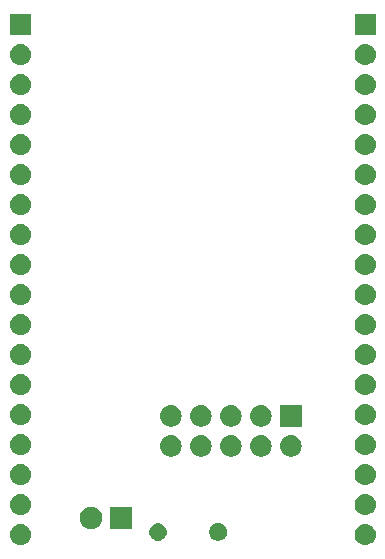
<source format=gbs>
G04 #@! TF.GenerationSoftware,KiCad,Pcbnew,(5.1.2)-2*
G04 #@! TF.CreationDate,2020-07-25T22:21:04+02:00*
G04 #@! TF.ProjectId,Adapter,41646170-7465-4722-9e6b-696361645f70,1*
G04 #@! TF.SameCoordinates,Original*
G04 #@! TF.FileFunction,Soldermask,Bot*
G04 #@! TF.FilePolarity,Negative*
%FSLAX46Y46*%
G04 Gerber Fmt 4.6, Leading zero omitted, Abs format (unit mm)*
G04 Created by KiCad (PCBNEW (5.1.2)-2) date 2020-07-25 22:21:04*
%MOMM*%
%LPD*%
G04 APERTURE LIST*
%ADD10C,0.100000*%
G04 APERTURE END LIST*
D10*
G36*
X166651443Y-114076119D02*
G01*
X166717627Y-114082637D01*
X166887466Y-114134157D01*
X167043991Y-114217822D01*
X167053216Y-114225393D01*
X167181186Y-114330414D01*
X167240976Y-114403270D01*
X167293778Y-114467609D01*
X167377443Y-114624134D01*
X167428963Y-114793973D01*
X167446359Y-114970600D01*
X167428963Y-115147227D01*
X167377443Y-115317066D01*
X167293778Y-115473591D01*
X167272816Y-115499133D01*
X167181186Y-115610786D01*
X167079729Y-115694048D01*
X167043991Y-115723378D01*
X166887466Y-115807043D01*
X166717627Y-115858563D01*
X166651443Y-115865081D01*
X166585260Y-115871600D01*
X166496740Y-115871600D01*
X166430557Y-115865081D01*
X166364373Y-115858563D01*
X166194534Y-115807043D01*
X166038009Y-115723378D01*
X166002271Y-115694048D01*
X165900814Y-115610786D01*
X165809184Y-115499133D01*
X165788222Y-115473591D01*
X165704557Y-115317066D01*
X165653037Y-115147227D01*
X165635641Y-114970600D01*
X165653037Y-114793973D01*
X165704557Y-114624134D01*
X165788222Y-114467609D01*
X165841024Y-114403270D01*
X165900814Y-114330414D01*
X166028784Y-114225393D01*
X166038009Y-114217822D01*
X166194534Y-114134157D01*
X166364373Y-114082637D01*
X166430557Y-114076119D01*
X166496740Y-114069600D01*
X166585260Y-114069600D01*
X166651443Y-114076119D01*
X166651443Y-114076119D01*
G37*
G36*
X137464443Y-114076119D02*
G01*
X137530627Y-114082637D01*
X137700466Y-114134157D01*
X137856991Y-114217822D01*
X137866216Y-114225393D01*
X137994186Y-114330414D01*
X138053976Y-114403270D01*
X138106778Y-114467609D01*
X138190443Y-114624134D01*
X138241963Y-114793973D01*
X138259359Y-114970600D01*
X138241963Y-115147227D01*
X138190443Y-115317066D01*
X138106778Y-115473591D01*
X138085816Y-115499133D01*
X137994186Y-115610786D01*
X137892729Y-115694048D01*
X137856991Y-115723378D01*
X137700466Y-115807043D01*
X137530627Y-115858563D01*
X137464443Y-115865081D01*
X137398260Y-115871600D01*
X137309740Y-115871600D01*
X137243557Y-115865081D01*
X137177373Y-115858563D01*
X137007534Y-115807043D01*
X136851009Y-115723378D01*
X136815271Y-115694048D01*
X136713814Y-115610786D01*
X136622184Y-115499133D01*
X136601222Y-115473591D01*
X136517557Y-115317066D01*
X136466037Y-115147227D01*
X136448641Y-114970600D01*
X136466037Y-114793973D01*
X136517557Y-114624134D01*
X136601222Y-114467609D01*
X136654024Y-114403270D01*
X136713814Y-114330414D01*
X136841784Y-114225393D01*
X136851009Y-114217822D01*
X137007534Y-114134157D01*
X137177373Y-114082637D01*
X137243557Y-114076119D01*
X137309740Y-114069600D01*
X137398260Y-114069600D01*
X137464443Y-114076119D01*
X137464443Y-114076119D01*
G37*
G36*
X154303059Y-114036860D02*
G01*
X154363294Y-114061810D01*
X154439732Y-114093472D01*
X154562735Y-114175660D01*
X154667340Y-114280265D01*
X154749528Y-114403268D01*
X154806140Y-114539941D01*
X154835000Y-114685033D01*
X154835000Y-114832967D01*
X154806140Y-114978059D01*
X154749528Y-115114732D01*
X154667340Y-115237735D01*
X154562735Y-115342340D01*
X154439732Y-115424528D01*
X154439731Y-115424529D01*
X154439730Y-115424529D01*
X154303059Y-115481140D01*
X154157968Y-115510000D01*
X154010032Y-115510000D01*
X153864941Y-115481140D01*
X153728270Y-115424529D01*
X153728269Y-115424529D01*
X153728268Y-115424528D01*
X153605265Y-115342340D01*
X153500660Y-115237735D01*
X153418472Y-115114732D01*
X153361860Y-114978059D01*
X153333000Y-114832967D01*
X153333000Y-114685033D01*
X153361860Y-114539941D01*
X153418472Y-114403268D01*
X153500660Y-114280265D01*
X153605265Y-114175660D01*
X153728268Y-114093472D01*
X153804707Y-114061810D01*
X153864941Y-114036860D01*
X154010032Y-114008000D01*
X154157968Y-114008000D01*
X154303059Y-114036860D01*
X154303059Y-114036860D01*
G37*
G36*
X149055772Y-114009466D02*
G01*
X149151222Y-114018867D01*
X149292786Y-114061810D01*
X149423252Y-114131546D01*
X149453040Y-114155992D01*
X149537607Y-114225393D01*
X149596938Y-114297690D01*
X149631454Y-114339748D01*
X149701190Y-114470214D01*
X149744133Y-114611778D01*
X149758633Y-114759000D01*
X149744133Y-114906222D01*
X149701190Y-115047786D01*
X149631454Y-115178252D01*
X149607008Y-115208040D01*
X149537607Y-115292607D01*
X149477004Y-115342341D01*
X149423252Y-115386454D01*
X149292786Y-115456190D01*
X149151222Y-115499133D01*
X149077665Y-115506378D01*
X149040888Y-115510000D01*
X148967112Y-115510000D01*
X148930335Y-115506378D01*
X148856778Y-115499133D01*
X148715214Y-115456190D01*
X148584748Y-115386454D01*
X148530996Y-115342341D01*
X148470393Y-115292607D01*
X148400992Y-115208040D01*
X148376546Y-115178252D01*
X148306810Y-115047786D01*
X148263867Y-114906222D01*
X148249367Y-114759000D01*
X148263867Y-114611778D01*
X148306810Y-114470214D01*
X148376546Y-114339748D01*
X148411062Y-114297690D01*
X148470393Y-114225393D01*
X148554960Y-114155992D01*
X148584748Y-114131546D01*
X148715214Y-114061810D01*
X148856778Y-114018867D01*
X148952228Y-114009466D01*
X148967112Y-114008000D01*
X149040888Y-114008000D01*
X149055772Y-114009466D01*
X149055772Y-114009466D01*
G37*
G36*
X146805000Y-114510000D02*
G01*
X144903000Y-114510000D01*
X144903000Y-112608000D01*
X146805000Y-112608000D01*
X146805000Y-114510000D01*
X146805000Y-114510000D01*
G37*
G36*
X143591395Y-112644546D02*
G01*
X143764466Y-112716234D01*
X143764467Y-112716235D01*
X143920227Y-112820310D01*
X144052690Y-112952773D01*
X144052691Y-112952775D01*
X144156766Y-113108534D01*
X144228454Y-113281605D01*
X144265000Y-113465333D01*
X144265000Y-113652667D01*
X144228454Y-113836395D01*
X144156766Y-114009466D01*
X144156765Y-114009467D01*
X144052690Y-114165227D01*
X143920227Y-114297690D01*
X143871252Y-114330414D01*
X143764466Y-114401766D01*
X143591395Y-114473454D01*
X143407667Y-114510000D01*
X143220333Y-114510000D01*
X143036605Y-114473454D01*
X142863534Y-114401766D01*
X142756748Y-114330414D01*
X142707773Y-114297690D01*
X142575310Y-114165227D01*
X142471235Y-114009467D01*
X142471234Y-114009466D01*
X142399546Y-113836395D01*
X142363000Y-113652667D01*
X142363000Y-113465333D01*
X142399546Y-113281605D01*
X142471234Y-113108534D01*
X142575309Y-112952775D01*
X142575310Y-112952773D01*
X142707773Y-112820310D01*
X142863533Y-112716235D01*
X142863534Y-112716234D01*
X143036605Y-112644546D01*
X143220333Y-112608000D01*
X143407667Y-112608000D01*
X143591395Y-112644546D01*
X143591395Y-112644546D01*
G37*
G36*
X166651442Y-111536118D02*
G01*
X166717627Y-111542637D01*
X166887466Y-111594157D01*
X167043991Y-111677822D01*
X167079729Y-111707152D01*
X167181186Y-111790414D01*
X167264448Y-111891871D01*
X167293778Y-111927609D01*
X167377443Y-112084134D01*
X167428963Y-112253973D01*
X167446359Y-112430600D01*
X167428963Y-112607227D01*
X167377443Y-112777066D01*
X167293778Y-112933591D01*
X167278034Y-112952775D01*
X167181186Y-113070786D01*
X167079729Y-113154048D01*
X167043991Y-113183378D01*
X166887466Y-113267043D01*
X166717627Y-113318563D01*
X166651443Y-113325081D01*
X166585260Y-113331600D01*
X166496740Y-113331600D01*
X166430557Y-113325081D01*
X166364373Y-113318563D01*
X166194534Y-113267043D01*
X166038009Y-113183378D01*
X166002271Y-113154048D01*
X165900814Y-113070786D01*
X165803966Y-112952775D01*
X165788222Y-112933591D01*
X165704557Y-112777066D01*
X165653037Y-112607227D01*
X165635641Y-112430600D01*
X165653037Y-112253973D01*
X165704557Y-112084134D01*
X165788222Y-111927609D01*
X165817552Y-111891871D01*
X165900814Y-111790414D01*
X166002271Y-111707152D01*
X166038009Y-111677822D01*
X166194534Y-111594157D01*
X166364373Y-111542637D01*
X166430558Y-111536118D01*
X166496740Y-111529600D01*
X166585260Y-111529600D01*
X166651442Y-111536118D01*
X166651442Y-111536118D01*
G37*
G36*
X137464442Y-111536118D02*
G01*
X137530627Y-111542637D01*
X137700466Y-111594157D01*
X137856991Y-111677822D01*
X137892729Y-111707152D01*
X137994186Y-111790414D01*
X138077448Y-111891871D01*
X138106778Y-111927609D01*
X138190443Y-112084134D01*
X138241963Y-112253973D01*
X138259359Y-112430600D01*
X138241963Y-112607227D01*
X138190443Y-112777066D01*
X138106778Y-112933591D01*
X138091034Y-112952775D01*
X137994186Y-113070786D01*
X137892729Y-113154048D01*
X137856991Y-113183378D01*
X137700466Y-113267043D01*
X137530627Y-113318563D01*
X137464443Y-113325081D01*
X137398260Y-113331600D01*
X137309740Y-113331600D01*
X137243557Y-113325081D01*
X137177373Y-113318563D01*
X137007534Y-113267043D01*
X136851009Y-113183378D01*
X136815271Y-113154048D01*
X136713814Y-113070786D01*
X136616966Y-112952775D01*
X136601222Y-112933591D01*
X136517557Y-112777066D01*
X136466037Y-112607227D01*
X136448641Y-112430600D01*
X136466037Y-112253973D01*
X136517557Y-112084134D01*
X136601222Y-111927609D01*
X136630552Y-111891871D01*
X136713814Y-111790414D01*
X136815271Y-111707152D01*
X136851009Y-111677822D01*
X137007534Y-111594157D01*
X137177373Y-111542637D01*
X137243558Y-111536118D01*
X137309740Y-111529600D01*
X137398260Y-111529600D01*
X137464442Y-111536118D01*
X137464442Y-111536118D01*
G37*
G36*
X166651442Y-108996118D02*
G01*
X166717627Y-109002637D01*
X166887466Y-109054157D01*
X167043991Y-109137822D01*
X167079729Y-109167152D01*
X167181186Y-109250414D01*
X167264448Y-109351871D01*
X167293778Y-109387609D01*
X167377443Y-109544134D01*
X167428963Y-109713973D01*
X167446359Y-109890600D01*
X167428963Y-110067227D01*
X167377443Y-110237066D01*
X167293778Y-110393591D01*
X167264448Y-110429329D01*
X167181186Y-110530786D01*
X167079729Y-110614048D01*
X167043991Y-110643378D01*
X166887466Y-110727043D01*
X166717627Y-110778563D01*
X166651442Y-110785082D01*
X166585260Y-110791600D01*
X166496740Y-110791600D01*
X166430558Y-110785082D01*
X166364373Y-110778563D01*
X166194534Y-110727043D01*
X166038009Y-110643378D01*
X166002271Y-110614048D01*
X165900814Y-110530786D01*
X165817552Y-110429329D01*
X165788222Y-110393591D01*
X165704557Y-110237066D01*
X165653037Y-110067227D01*
X165635641Y-109890600D01*
X165653037Y-109713973D01*
X165704557Y-109544134D01*
X165788222Y-109387609D01*
X165817552Y-109351871D01*
X165900814Y-109250414D01*
X166002271Y-109167152D01*
X166038009Y-109137822D01*
X166194534Y-109054157D01*
X166364373Y-109002637D01*
X166430558Y-108996118D01*
X166496740Y-108989600D01*
X166585260Y-108989600D01*
X166651442Y-108996118D01*
X166651442Y-108996118D01*
G37*
G36*
X137464442Y-108996118D02*
G01*
X137530627Y-109002637D01*
X137700466Y-109054157D01*
X137856991Y-109137822D01*
X137892729Y-109167152D01*
X137994186Y-109250414D01*
X138077448Y-109351871D01*
X138106778Y-109387609D01*
X138190443Y-109544134D01*
X138241963Y-109713973D01*
X138259359Y-109890600D01*
X138241963Y-110067227D01*
X138190443Y-110237066D01*
X138106778Y-110393591D01*
X138077448Y-110429329D01*
X137994186Y-110530786D01*
X137892729Y-110614048D01*
X137856991Y-110643378D01*
X137700466Y-110727043D01*
X137530627Y-110778563D01*
X137464442Y-110785082D01*
X137398260Y-110791600D01*
X137309740Y-110791600D01*
X137243558Y-110785082D01*
X137177373Y-110778563D01*
X137007534Y-110727043D01*
X136851009Y-110643378D01*
X136815271Y-110614048D01*
X136713814Y-110530786D01*
X136630552Y-110429329D01*
X136601222Y-110393591D01*
X136517557Y-110237066D01*
X136466037Y-110067227D01*
X136448641Y-109890600D01*
X136466037Y-109713973D01*
X136517557Y-109544134D01*
X136601222Y-109387609D01*
X136630552Y-109351871D01*
X136713814Y-109250414D01*
X136815271Y-109167152D01*
X136851009Y-109137822D01*
X137007534Y-109054157D01*
X137177373Y-109002637D01*
X137243558Y-108996118D01*
X137309740Y-108989600D01*
X137398260Y-108989600D01*
X137464442Y-108996118D01*
X137464442Y-108996118D01*
G37*
G36*
X157823442Y-106583518D02*
G01*
X157889627Y-106590037D01*
X158059466Y-106641557D01*
X158215991Y-106725222D01*
X158251729Y-106754552D01*
X158353186Y-106837814D01*
X158436448Y-106939271D01*
X158465778Y-106975009D01*
X158549443Y-107131534D01*
X158600963Y-107301373D01*
X158618359Y-107478000D01*
X158600963Y-107654627D01*
X158549443Y-107824466D01*
X158465778Y-107980991D01*
X158457740Y-107990785D01*
X158353186Y-108118186D01*
X158269283Y-108187042D01*
X158215991Y-108230778D01*
X158059466Y-108314443D01*
X157889627Y-108365963D01*
X157823442Y-108372482D01*
X157757260Y-108379000D01*
X157668740Y-108379000D01*
X157602558Y-108372482D01*
X157536373Y-108365963D01*
X157366534Y-108314443D01*
X157210009Y-108230778D01*
X157156717Y-108187042D01*
X157072814Y-108118186D01*
X156968260Y-107990785D01*
X156960222Y-107980991D01*
X156876557Y-107824466D01*
X156825037Y-107654627D01*
X156807641Y-107478000D01*
X156825037Y-107301373D01*
X156876557Y-107131534D01*
X156960222Y-106975009D01*
X156989552Y-106939271D01*
X157072814Y-106837814D01*
X157174271Y-106754552D01*
X157210009Y-106725222D01*
X157366534Y-106641557D01*
X157536373Y-106590037D01*
X157602558Y-106583518D01*
X157668740Y-106577000D01*
X157757260Y-106577000D01*
X157823442Y-106583518D01*
X157823442Y-106583518D01*
G37*
G36*
X160363442Y-106583518D02*
G01*
X160429627Y-106590037D01*
X160599466Y-106641557D01*
X160755991Y-106725222D01*
X160791729Y-106754552D01*
X160893186Y-106837814D01*
X160976448Y-106939271D01*
X161005778Y-106975009D01*
X161089443Y-107131534D01*
X161140963Y-107301373D01*
X161158359Y-107478000D01*
X161140963Y-107654627D01*
X161089443Y-107824466D01*
X161005778Y-107980991D01*
X160997740Y-107990785D01*
X160893186Y-108118186D01*
X160809283Y-108187042D01*
X160755991Y-108230778D01*
X160599466Y-108314443D01*
X160429627Y-108365963D01*
X160363442Y-108372482D01*
X160297260Y-108379000D01*
X160208740Y-108379000D01*
X160142558Y-108372482D01*
X160076373Y-108365963D01*
X159906534Y-108314443D01*
X159750009Y-108230778D01*
X159696717Y-108187042D01*
X159612814Y-108118186D01*
X159508260Y-107990785D01*
X159500222Y-107980991D01*
X159416557Y-107824466D01*
X159365037Y-107654627D01*
X159347641Y-107478000D01*
X159365037Y-107301373D01*
X159416557Y-107131534D01*
X159500222Y-106975009D01*
X159529552Y-106939271D01*
X159612814Y-106837814D01*
X159714271Y-106754552D01*
X159750009Y-106725222D01*
X159906534Y-106641557D01*
X160076373Y-106590037D01*
X160142558Y-106583518D01*
X160208740Y-106577000D01*
X160297260Y-106577000D01*
X160363442Y-106583518D01*
X160363442Y-106583518D01*
G37*
G36*
X152743442Y-106583518D02*
G01*
X152809627Y-106590037D01*
X152979466Y-106641557D01*
X153135991Y-106725222D01*
X153171729Y-106754552D01*
X153273186Y-106837814D01*
X153356448Y-106939271D01*
X153385778Y-106975009D01*
X153469443Y-107131534D01*
X153520963Y-107301373D01*
X153538359Y-107478000D01*
X153520963Y-107654627D01*
X153469443Y-107824466D01*
X153385778Y-107980991D01*
X153377740Y-107990785D01*
X153273186Y-108118186D01*
X153189283Y-108187042D01*
X153135991Y-108230778D01*
X152979466Y-108314443D01*
X152809627Y-108365963D01*
X152743442Y-108372482D01*
X152677260Y-108379000D01*
X152588740Y-108379000D01*
X152522558Y-108372482D01*
X152456373Y-108365963D01*
X152286534Y-108314443D01*
X152130009Y-108230778D01*
X152076717Y-108187042D01*
X151992814Y-108118186D01*
X151888260Y-107990785D01*
X151880222Y-107980991D01*
X151796557Y-107824466D01*
X151745037Y-107654627D01*
X151727641Y-107478000D01*
X151745037Y-107301373D01*
X151796557Y-107131534D01*
X151880222Y-106975009D01*
X151909552Y-106939271D01*
X151992814Y-106837814D01*
X152094271Y-106754552D01*
X152130009Y-106725222D01*
X152286534Y-106641557D01*
X152456373Y-106590037D01*
X152522558Y-106583518D01*
X152588740Y-106577000D01*
X152677260Y-106577000D01*
X152743442Y-106583518D01*
X152743442Y-106583518D01*
G37*
G36*
X150203442Y-106583518D02*
G01*
X150269627Y-106590037D01*
X150439466Y-106641557D01*
X150595991Y-106725222D01*
X150631729Y-106754552D01*
X150733186Y-106837814D01*
X150816448Y-106939271D01*
X150845778Y-106975009D01*
X150929443Y-107131534D01*
X150980963Y-107301373D01*
X150998359Y-107478000D01*
X150980963Y-107654627D01*
X150929443Y-107824466D01*
X150845778Y-107980991D01*
X150837740Y-107990785D01*
X150733186Y-108118186D01*
X150649283Y-108187042D01*
X150595991Y-108230778D01*
X150439466Y-108314443D01*
X150269627Y-108365963D01*
X150203442Y-108372482D01*
X150137260Y-108379000D01*
X150048740Y-108379000D01*
X149982558Y-108372482D01*
X149916373Y-108365963D01*
X149746534Y-108314443D01*
X149590009Y-108230778D01*
X149536717Y-108187042D01*
X149452814Y-108118186D01*
X149348260Y-107990785D01*
X149340222Y-107980991D01*
X149256557Y-107824466D01*
X149205037Y-107654627D01*
X149187641Y-107478000D01*
X149205037Y-107301373D01*
X149256557Y-107131534D01*
X149340222Y-106975009D01*
X149369552Y-106939271D01*
X149452814Y-106837814D01*
X149554271Y-106754552D01*
X149590009Y-106725222D01*
X149746534Y-106641557D01*
X149916373Y-106590037D01*
X149982558Y-106583518D01*
X150048740Y-106577000D01*
X150137260Y-106577000D01*
X150203442Y-106583518D01*
X150203442Y-106583518D01*
G37*
G36*
X155283442Y-106583518D02*
G01*
X155349627Y-106590037D01*
X155519466Y-106641557D01*
X155675991Y-106725222D01*
X155711729Y-106754552D01*
X155813186Y-106837814D01*
X155896448Y-106939271D01*
X155925778Y-106975009D01*
X156009443Y-107131534D01*
X156060963Y-107301373D01*
X156078359Y-107478000D01*
X156060963Y-107654627D01*
X156009443Y-107824466D01*
X155925778Y-107980991D01*
X155917740Y-107990785D01*
X155813186Y-108118186D01*
X155729283Y-108187042D01*
X155675991Y-108230778D01*
X155519466Y-108314443D01*
X155349627Y-108365963D01*
X155283442Y-108372482D01*
X155217260Y-108379000D01*
X155128740Y-108379000D01*
X155062558Y-108372482D01*
X154996373Y-108365963D01*
X154826534Y-108314443D01*
X154670009Y-108230778D01*
X154616717Y-108187042D01*
X154532814Y-108118186D01*
X154428260Y-107990785D01*
X154420222Y-107980991D01*
X154336557Y-107824466D01*
X154285037Y-107654627D01*
X154267641Y-107478000D01*
X154285037Y-107301373D01*
X154336557Y-107131534D01*
X154420222Y-106975009D01*
X154449552Y-106939271D01*
X154532814Y-106837814D01*
X154634271Y-106754552D01*
X154670009Y-106725222D01*
X154826534Y-106641557D01*
X154996373Y-106590037D01*
X155062558Y-106583518D01*
X155128740Y-106577000D01*
X155217260Y-106577000D01*
X155283442Y-106583518D01*
X155283442Y-106583518D01*
G37*
G36*
X137464443Y-106456119D02*
G01*
X137530627Y-106462637D01*
X137700466Y-106514157D01*
X137856991Y-106597822D01*
X137892729Y-106627152D01*
X137994186Y-106710414D01*
X138077448Y-106811871D01*
X138106778Y-106847609D01*
X138190443Y-107004134D01*
X138241963Y-107173973D01*
X138259359Y-107350600D01*
X138241963Y-107527227D01*
X138190443Y-107697066D01*
X138106778Y-107853591D01*
X138077448Y-107889329D01*
X137994186Y-107990786D01*
X137892729Y-108074048D01*
X137856991Y-108103378D01*
X137700466Y-108187043D01*
X137530627Y-108238563D01*
X137464443Y-108245081D01*
X137398260Y-108251600D01*
X137309740Y-108251600D01*
X137243557Y-108245081D01*
X137177373Y-108238563D01*
X137007534Y-108187043D01*
X136851009Y-108103378D01*
X136815271Y-108074048D01*
X136713814Y-107990786D01*
X136630552Y-107889329D01*
X136601222Y-107853591D01*
X136517557Y-107697066D01*
X136466037Y-107527227D01*
X136448641Y-107350600D01*
X136466037Y-107173973D01*
X136517557Y-107004134D01*
X136601222Y-106847609D01*
X136630552Y-106811871D01*
X136713814Y-106710414D01*
X136815271Y-106627152D01*
X136851009Y-106597822D01*
X137007534Y-106514157D01*
X137177373Y-106462637D01*
X137243557Y-106456119D01*
X137309740Y-106449600D01*
X137398260Y-106449600D01*
X137464443Y-106456119D01*
X137464443Y-106456119D01*
G37*
G36*
X166651443Y-106456119D02*
G01*
X166717627Y-106462637D01*
X166887466Y-106514157D01*
X167043991Y-106597822D01*
X167079729Y-106627152D01*
X167181186Y-106710414D01*
X167264448Y-106811871D01*
X167293778Y-106847609D01*
X167377443Y-107004134D01*
X167428963Y-107173973D01*
X167446359Y-107350600D01*
X167428963Y-107527227D01*
X167377443Y-107697066D01*
X167293778Y-107853591D01*
X167264448Y-107889329D01*
X167181186Y-107990786D01*
X167079729Y-108074048D01*
X167043991Y-108103378D01*
X166887466Y-108187043D01*
X166717627Y-108238563D01*
X166651443Y-108245081D01*
X166585260Y-108251600D01*
X166496740Y-108251600D01*
X166430557Y-108245081D01*
X166364373Y-108238563D01*
X166194534Y-108187043D01*
X166038009Y-108103378D01*
X166002271Y-108074048D01*
X165900814Y-107990786D01*
X165817552Y-107889329D01*
X165788222Y-107853591D01*
X165704557Y-107697066D01*
X165653037Y-107527227D01*
X165635641Y-107350600D01*
X165653037Y-107173973D01*
X165704557Y-107004134D01*
X165788222Y-106847609D01*
X165817552Y-106811871D01*
X165900814Y-106710414D01*
X166002271Y-106627152D01*
X166038009Y-106597822D01*
X166194534Y-106514157D01*
X166364373Y-106462637D01*
X166430557Y-106456119D01*
X166496740Y-106449600D01*
X166585260Y-106449600D01*
X166651443Y-106456119D01*
X166651443Y-106456119D01*
G37*
G36*
X157823442Y-104043518D02*
G01*
X157889627Y-104050037D01*
X158059466Y-104101557D01*
X158215991Y-104185222D01*
X158251729Y-104214552D01*
X158353186Y-104297814D01*
X158436448Y-104399271D01*
X158465778Y-104435009D01*
X158549443Y-104591534D01*
X158600963Y-104761373D01*
X158618359Y-104938000D01*
X158600963Y-105114627D01*
X158549443Y-105284466D01*
X158465778Y-105440991D01*
X158457740Y-105450785D01*
X158353186Y-105578186D01*
X158269283Y-105647042D01*
X158215991Y-105690778D01*
X158059466Y-105774443D01*
X157889627Y-105825963D01*
X157823442Y-105832482D01*
X157757260Y-105839000D01*
X157668740Y-105839000D01*
X157602558Y-105832482D01*
X157536373Y-105825963D01*
X157366534Y-105774443D01*
X157210009Y-105690778D01*
X157156717Y-105647042D01*
X157072814Y-105578186D01*
X156968260Y-105450785D01*
X156960222Y-105440991D01*
X156876557Y-105284466D01*
X156825037Y-105114627D01*
X156807641Y-104938000D01*
X156825037Y-104761373D01*
X156876557Y-104591534D01*
X156960222Y-104435009D01*
X156989552Y-104399271D01*
X157072814Y-104297814D01*
X157174271Y-104214552D01*
X157210009Y-104185222D01*
X157366534Y-104101557D01*
X157536373Y-104050037D01*
X157602558Y-104043518D01*
X157668740Y-104037000D01*
X157757260Y-104037000D01*
X157823442Y-104043518D01*
X157823442Y-104043518D01*
G37*
G36*
X150203442Y-104043518D02*
G01*
X150269627Y-104050037D01*
X150439466Y-104101557D01*
X150595991Y-104185222D01*
X150631729Y-104214552D01*
X150733186Y-104297814D01*
X150816448Y-104399271D01*
X150845778Y-104435009D01*
X150929443Y-104591534D01*
X150980963Y-104761373D01*
X150998359Y-104938000D01*
X150980963Y-105114627D01*
X150929443Y-105284466D01*
X150845778Y-105440991D01*
X150837740Y-105450785D01*
X150733186Y-105578186D01*
X150649283Y-105647042D01*
X150595991Y-105690778D01*
X150439466Y-105774443D01*
X150269627Y-105825963D01*
X150203442Y-105832482D01*
X150137260Y-105839000D01*
X150048740Y-105839000D01*
X149982558Y-105832482D01*
X149916373Y-105825963D01*
X149746534Y-105774443D01*
X149590009Y-105690778D01*
X149536717Y-105647042D01*
X149452814Y-105578186D01*
X149348260Y-105450785D01*
X149340222Y-105440991D01*
X149256557Y-105284466D01*
X149205037Y-105114627D01*
X149187641Y-104938000D01*
X149205037Y-104761373D01*
X149256557Y-104591534D01*
X149340222Y-104435009D01*
X149369552Y-104399271D01*
X149452814Y-104297814D01*
X149554271Y-104214552D01*
X149590009Y-104185222D01*
X149746534Y-104101557D01*
X149916373Y-104050037D01*
X149982558Y-104043518D01*
X150048740Y-104037000D01*
X150137260Y-104037000D01*
X150203442Y-104043518D01*
X150203442Y-104043518D01*
G37*
G36*
X161154000Y-105839000D02*
G01*
X159352000Y-105839000D01*
X159352000Y-104037000D01*
X161154000Y-104037000D01*
X161154000Y-105839000D01*
X161154000Y-105839000D01*
G37*
G36*
X152743442Y-104043518D02*
G01*
X152809627Y-104050037D01*
X152979466Y-104101557D01*
X153135991Y-104185222D01*
X153171729Y-104214552D01*
X153273186Y-104297814D01*
X153356448Y-104399271D01*
X153385778Y-104435009D01*
X153469443Y-104591534D01*
X153520963Y-104761373D01*
X153538359Y-104938000D01*
X153520963Y-105114627D01*
X153469443Y-105284466D01*
X153385778Y-105440991D01*
X153377740Y-105450785D01*
X153273186Y-105578186D01*
X153189283Y-105647042D01*
X153135991Y-105690778D01*
X152979466Y-105774443D01*
X152809627Y-105825963D01*
X152743442Y-105832482D01*
X152677260Y-105839000D01*
X152588740Y-105839000D01*
X152522558Y-105832482D01*
X152456373Y-105825963D01*
X152286534Y-105774443D01*
X152130009Y-105690778D01*
X152076717Y-105647042D01*
X151992814Y-105578186D01*
X151888260Y-105450785D01*
X151880222Y-105440991D01*
X151796557Y-105284466D01*
X151745037Y-105114627D01*
X151727641Y-104938000D01*
X151745037Y-104761373D01*
X151796557Y-104591534D01*
X151880222Y-104435009D01*
X151909552Y-104399271D01*
X151992814Y-104297814D01*
X152094271Y-104214552D01*
X152130009Y-104185222D01*
X152286534Y-104101557D01*
X152456373Y-104050037D01*
X152522558Y-104043518D01*
X152588740Y-104037000D01*
X152677260Y-104037000D01*
X152743442Y-104043518D01*
X152743442Y-104043518D01*
G37*
G36*
X155283442Y-104043518D02*
G01*
X155349627Y-104050037D01*
X155519466Y-104101557D01*
X155675991Y-104185222D01*
X155711729Y-104214552D01*
X155813186Y-104297814D01*
X155896448Y-104399271D01*
X155925778Y-104435009D01*
X156009443Y-104591534D01*
X156060963Y-104761373D01*
X156078359Y-104938000D01*
X156060963Y-105114627D01*
X156009443Y-105284466D01*
X155925778Y-105440991D01*
X155917740Y-105450785D01*
X155813186Y-105578186D01*
X155729283Y-105647042D01*
X155675991Y-105690778D01*
X155519466Y-105774443D01*
X155349627Y-105825963D01*
X155283442Y-105832482D01*
X155217260Y-105839000D01*
X155128740Y-105839000D01*
X155062558Y-105832482D01*
X154996373Y-105825963D01*
X154826534Y-105774443D01*
X154670009Y-105690778D01*
X154616717Y-105647042D01*
X154532814Y-105578186D01*
X154428260Y-105450785D01*
X154420222Y-105440991D01*
X154336557Y-105284466D01*
X154285037Y-105114627D01*
X154267641Y-104938000D01*
X154285037Y-104761373D01*
X154336557Y-104591534D01*
X154420222Y-104435009D01*
X154449552Y-104399271D01*
X154532814Y-104297814D01*
X154634271Y-104214552D01*
X154670009Y-104185222D01*
X154826534Y-104101557D01*
X154996373Y-104050037D01*
X155062558Y-104043518D01*
X155128740Y-104037000D01*
X155217260Y-104037000D01*
X155283442Y-104043518D01*
X155283442Y-104043518D01*
G37*
G36*
X137464443Y-103916119D02*
G01*
X137530627Y-103922637D01*
X137700466Y-103974157D01*
X137856991Y-104057822D01*
X137892729Y-104087152D01*
X137994186Y-104170414D01*
X138077448Y-104271871D01*
X138106778Y-104307609D01*
X138190443Y-104464134D01*
X138241963Y-104633973D01*
X138259359Y-104810600D01*
X138241963Y-104987227D01*
X138190443Y-105157066D01*
X138106778Y-105313591D01*
X138077448Y-105349329D01*
X137994186Y-105450786D01*
X137892729Y-105534048D01*
X137856991Y-105563378D01*
X137700466Y-105647043D01*
X137530627Y-105698563D01*
X137464443Y-105705081D01*
X137398260Y-105711600D01*
X137309740Y-105711600D01*
X137243557Y-105705081D01*
X137177373Y-105698563D01*
X137007534Y-105647043D01*
X136851009Y-105563378D01*
X136815271Y-105534048D01*
X136713814Y-105450786D01*
X136630552Y-105349329D01*
X136601222Y-105313591D01*
X136517557Y-105157066D01*
X136466037Y-104987227D01*
X136448641Y-104810600D01*
X136466037Y-104633973D01*
X136517557Y-104464134D01*
X136601222Y-104307609D01*
X136630552Y-104271871D01*
X136713814Y-104170414D01*
X136815271Y-104087152D01*
X136851009Y-104057822D01*
X137007534Y-103974157D01*
X137177373Y-103922637D01*
X137243558Y-103916118D01*
X137309740Y-103909600D01*
X137398260Y-103909600D01*
X137464443Y-103916119D01*
X137464443Y-103916119D01*
G37*
G36*
X166651443Y-103916119D02*
G01*
X166717627Y-103922637D01*
X166887466Y-103974157D01*
X167043991Y-104057822D01*
X167079729Y-104087152D01*
X167181186Y-104170414D01*
X167264448Y-104271871D01*
X167293778Y-104307609D01*
X167377443Y-104464134D01*
X167428963Y-104633973D01*
X167446359Y-104810600D01*
X167428963Y-104987227D01*
X167377443Y-105157066D01*
X167293778Y-105313591D01*
X167264448Y-105349329D01*
X167181186Y-105450786D01*
X167079729Y-105534048D01*
X167043991Y-105563378D01*
X166887466Y-105647043D01*
X166717627Y-105698563D01*
X166651443Y-105705081D01*
X166585260Y-105711600D01*
X166496740Y-105711600D01*
X166430557Y-105705081D01*
X166364373Y-105698563D01*
X166194534Y-105647043D01*
X166038009Y-105563378D01*
X166002271Y-105534048D01*
X165900814Y-105450786D01*
X165817552Y-105349329D01*
X165788222Y-105313591D01*
X165704557Y-105157066D01*
X165653037Y-104987227D01*
X165635641Y-104810600D01*
X165653037Y-104633973D01*
X165704557Y-104464134D01*
X165788222Y-104307609D01*
X165817552Y-104271871D01*
X165900814Y-104170414D01*
X166002271Y-104087152D01*
X166038009Y-104057822D01*
X166194534Y-103974157D01*
X166364373Y-103922637D01*
X166430558Y-103916118D01*
X166496740Y-103909600D01*
X166585260Y-103909600D01*
X166651443Y-103916119D01*
X166651443Y-103916119D01*
G37*
G36*
X166651442Y-101376118D02*
G01*
X166717627Y-101382637D01*
X166887466Y-101434157D01*
X167043991Y-101517822D01*
X167079729Y-101547152D01*
X167181186Y-101630414D01*
X167264448Y-101731871D01*
X167293778Y-101767609D01*
X167377443Y-101924134D01*
X167428963Y-102093973D01*
X167446359Y-102270600D01*
X167428963Y-102447227D01*
X167377443Y-102617066D01*
X167293778Y-102773591D01*
X167264448Y-102809329D01*
X167181186Y-102910786D01*
X167079729Y-102994048D01*
X167043991Y-103023378D01*
X166887466Y-103107043D01*
X166717627Y-103158563D01*
X166651442Y-103165082D01*
X166585260Y-103171600D01*
X166496740Y-103171600D01*
X166430557Y-103165081D01*
X166364373Y-103158563D01*
X166194534Y-103107043D01*
X166038009Y-103023378D01*
X166002271Y-102994048D01*
X165900814Y-102910786D01*
X165817552Y-102809329D01*
X165788222Y-102773591D01*
X165704557Y-102617066D01*
X165653037Y-102447227D01*
X165635641Y-102270600D01*
X165653037Y-102093973D01*
X165704557Y-101924134D01*
X165788222Y-101767609D01*
X165817552Y-101731871D01*
X165900814Y-101630414D01*
X166002271Y-101547152D01*
X166038009Y-101517822D01*
X166194534Y-101434157D01*
X166364373Y-101382637D01*
X166430558Y-101376118D01*
X166496740Y-101369600D01*
X166585260Y-101369600D01*
X166651442Y-101376118D01*
X166651442Y-101376118D01*
G37*
G36*
X137464442Y-101376118D02*
G01*
X137530627Y-101382637D01*
X137700466Y-101434157D01*
X137856991Y-101517822D01*
X137892729Y-101547152D01*
X137994186Y-101630414D01*
X138077448Y-101731871D01*
X138106778Y-101767609D01*
X138190443Y-101924134D01*
X138241963Y-102093973D01*
X138259359Y-102270600D01*
X138241963Y-102447227D01*
X138190443Y-102617066D01*
X138106778Y-102773591D01*
X138077448Y-102809329D01*
X137994186Y-102910786D01*
X137892729Y-102994048D01*
X137856991Y-103023378D01*
X137700466Y-103107043D01*
X137530627Y-103158563D01*
X137464442Y-103165082D01*
X137398260Y-103171600D01*
X137309740Y-103171600D01*
X137243557Y-103165081D01*
X137177373Y-103158563D01*
X137007534Y-103107043D01*
X136851009Y-103023378D01*
X136815271Y-102994048D01*
X136713814Y-102910786D01*
X136630552Y-102809329D01*
X136601222Y-102773591D01*
X136517557Y-102617066D01*
X136466037Y-102447227D01*
X136448641Y-102270600D01*
X136466037Y-102093973D01*
X136517557Y-101924134D01*
X136601222Y-101767609D01*
X136630552Y-101731871D01*
X136713814Y-101630414D01*
X136815271Y-101547152D01*
X136851009Y-101517822D01*
X137007534Y-101434157D01*
X137177373Y-101382637D01*
X137243558Y-101376118D01*
X137309740Y-101369600D01*
X137398260Y-101369600D01*
X137464442Y-101376118D01*
X137464442Y-101376118D01*
G37*
G36*
X137464443Y-98836119D02*
G01*
X137530627Y-98842637D01*
X137700466Y-98894157D01*
X137856991Y-98977822D01*
X137892729Y-99007152D01*
X137994186Y-99090414D01*
X138077448Y-99191871D01*
X138106778Y-99227609D01*
X138190443Y-99384134D01*
X138241963Y-99553973D01*
X138259359Y-99730600D01*
X138241963Y-99907227D01*
X138190443Y-100077066D01*
X138106778Y-100233591D01*
X138077448Y-100269329D01*
X137994186Y-100370786D01*
X137892729Y-100454048D01*
X137856991Y-100483378D01*
X137700466Y-100567043D01*
X137530627Y-100618563D01*
X137464443Y-100625081D01*
X137398260Y-100631600D01*
X137309740Y-100631600D01*
X137243558Y-100625082D01*
X137177373Y-100618563D01*
X137007534Y-100567043D01*
X136851009Y-100483378D01*
X136815271Y-100454048D01*
X136713814Y-100370786D01*
X136630552Y-100269329D01*
X136601222Y-100233591D01*
X136517557Y-100077066D01*
X136466037Y-99907227D01*
X136448641Y-99730600D01*
X136466037Y-99553973D01*
X136517557Y-99384134D01*
X136601222Y-99227609D01*
X136630552Y-99191871D01*
X136713814Y-99090414D01*
X136815271Y-99007152D01*
X136851009Y-98977822D01*
X137007534Y-98894157D01*
X137177373Y-98842637D01*
X137243557Y-98836119D01*
X137309740Y-98829600D01*
X137398260Y-98829600D01*
X137464443Y-98836119D01*
X137464443Y-98836119D01*
G37*
G36*
X166651443Y-98836119D02*
G01*
X166717627Y-98842637D01*
X166887466Y-98894157D01*
X167043991Y-98977822D01*
X167079729Y-99007152D01*
X167181186Y-99090414D01*
X167264448Y-99191871D01*
X167293778Y-99227609D01*
X167377443Y-99384134D01*
X167428963Y-99553973D01*
X167446359Y-99730600D01*
X167428963Y-99907227D01*
X167377443Y-100077066D01*
X167293778Y-100233591D01*
X167264448Y-100269329D01*
X167181186Y-100370786D01*
X167079729Y-100454048D01*
X167043991Y-100483378D01*
X166887466Y-100567043D01*
X166717627Y-100618563D01*
X166651443Y-100625081D01*
X166585260Y-100631600D01*
X166496740Y-100631600D01*
X166430558Y-100625082D01*
X166364373Y-100618563D01*
X166194534Y-100567043D01*
X166038009Y-100483378D01*
X166002271Y-100454048D01*
X165900814Y-100370786D01*
X165817552Y-100269329D01*
X165788222Y-100233591D01*
X165704557Y-100077066D01*
X165653037Y-99907227D01*
X165635641Y-99730600D01*
X165653037Y-99553973D01*
X165704557Y-99384134D01*
X165788222Y-99227609D01*
X165817552Y-99191871D01*
X165900814Y-99090414D01*
X166002271Y-99007152D01*
X166038009Y-98977822D01*
X166194534Y-98894157D01*
X166364373Y-98842637D01*
X166430557Y-98836119D01*
X166496740Y-98829600D01*
X166585260Y-98829600D01*
X166651443Y-98836119D01*
X166651443Y-98836119D01*
G37*
G36*
X137464442Y-96296118D02*
G01*
X137530627Y-96302637D01*
X137700466Y-96354157D01*
X137856991Y-96437822D01*
X137892729Y-96467152D01*
X137994186Y-96550414D01*
X138077448Y-96651871D01*
X138106778Y-96687609D01*
X138190443Y-96844134D01*
X138241963Y-97013973D01*
X138259359Y-97190600D01*
X138241963Y-97367227D01*
X138190443Y-97537066D01*
X138106778Y-97693591D01*
X138077448Y-97729329D01*
X137994186Y-97830786D01*
X137892729Y-97914048D01*
X137856991Y-97943378D01*
X137700466Y-98027043D01*
X137530627Y-98078563D01*
X137464442Y-98085082D01*
X137398260Y-98091600D01*
X137309740Y-98091600D01*
X137243558Y-98085082D01*
X137177373Y-98078563D01*
X137007534Y-98027043D01*
X136851009Y-97943378D01*
X136815271Y-97914048D01*
X136713814Y-97830786D01*
X136630552Y-97729329D01*
X136601222Y-97693591D01*
X136517557Y-97537066D01*
X136466037Y-97367227D01*
X136448641Y-97190600D01*
X136466037Y-97013973D01*
X136517557Y-96844134D01*
X136601222Y-96687609D01*
X136630552Y-96651871D01*
X136713814Y-96550414D01*
X136815271Y-96467152D01*
X136851009Y-96437822D01*
X137007534Y-96354157D01*
X137177373Y-96302637D01*
X137243558Y-96296118D01*
X137309740Y-96289600D01*
X137398260Y-96289600D01*
X137464442Y-96296118D01*
X137464442Y-96296118D01*
G37*
G36*
X166651442Y-96296118D02*
G01*
X166717627Y-96302637D01*
X166887466Y-96354157D01*
X167043991Y-96437822D01*
X167079729Y-96467152D01*
X167181186Y-96550414D01*
X167264448Y-96651871D01*
X167293778Y-96687609D01*
X167377443Y-96844134D01*
X167428963Y-97013973D01*
X167446359Y-97190600D01*
X167428963Y-97367227D01*
X167377443Y-97537066D01*
X167293778Y-97693591D01*
X167264448Y-97729329D01*
X167181186Y-97830786D01*
X167079729Y-97914048D01*
X167043991Y-97943378D01*
X166887466Y-98027043D01*
X166717627Y-98078563D01*
X166651442Y-98085082D01*
X166585260Y-98091600D01*
X166496740Y-98091600D01*
X166430558Y-98085082D01*
X166364373Y-98078563D01*
X166194534Y-98027043D01*
X166038009Y-97943378D01*
X166002271Y-97914048D01*
X165900814Y-97830786D01*
X165817552Y-97729329D01*
X165788222Y-97693591D01*
X165704557Y-97537066D01*
X165653037Y-97367227D01*
X165635641Y-97190600D01*
X165653037Y-97013973D01*
X165704557Y-96844134D01*
X165788222Y-96687609D01*
X165817552Y-96651871D01*
X165900814Y-96550414D01*
X166002271Y-96467152D01*
X166038009Y-96437822D01*
X166194534Y-96354157D01*
X166364373Y-96302637D01*
X166430558Y-96296118D01*
X166496740Y-96289600D01*
X166585260Y-96289600D01*
X166651442Y-96296118D01*
X166651442Y-96296118D01*
G37*
G36*
X166651442Y-93756118D02*
G01*
X166717627Y-93762637D01*
X166887466Y-93814157D01*
X167043991Y-93897822D01*
X167079729Y-93927152D01*
X167181186Y-94010414D01*
X167264448Y-94111871D01*
X167293778Y-94147609D01*
X167377443Y-94304134D01*
X167428963Y-94473973D01*
X167446359Y-94650600D01*
X167428963Y-94827227D01*
X167377443Y-94997066D01*
X167293778Y-95153591D01*
X167264448Y-95189329D01*
X167181186Y-95290786D01*
X167079729Y-95374048D01*
X167043991Y-95403378D01*
X166887466Y-95487043D01*
X166717627Y-95538563D01*
X166651442Y-95545082D01*
X166585260Y-95551600D01*
X166496740Y-95551600D01*
X166430558Y-95545082D01*
X166364373Y-95538563D01*
X166194534Y-95487043D01*
X166038009Y-95403378D01*
X166002271Y-95374048D01*
X165900814Y-95290786D01*
X165817552Y-95189329D01*
X165788222Y-95153591D01*
X165704557Y-94997066D01*
X165653037Y-94827227D01*
X165635641Y-94650600D01*
X165653037Y-94473973D01*
X165704557Y-94304134D01*
X165788222Y-94147609D01*
X165817552Y-94111871D01*
X165900814Y-94010414D01*
X166002271Y-93927152D01*
X166038009Y-93897822D01*
X166194534Y-93814157D01*
X166364373Y-93762637D01*
X166430557Y-93756119D01*
X166496740Y-93749600D01*
X166585260Y-93749600D01*
X166651442Y-93756118D01*
X166651442Y-93756118D01*
G37*
G36*
X137464442Y-93756118D02*
G01*
X137530627Y-93762637D01*
X137700466Y-93814157D01*
X137856991Y-93897822D01*
X137892729Y-93927152D01*
X137994186Y-94010414D01*
X138077448Y-94111871D01*
X138106778Y-94147609D01*
X138190443Y-94304134D01*
X138241963Y-94473973D01*
X138259359Y-94650600D01*
X138241963Y-94827227D01*
X138190443Y-94997066D01*
X138106778Y-95153591D01*
X138077448Y-95189329D01*
X137994186Y-95290786D01*
X137892729Y-95374048D01*
X137856991Y-95403378D01*
X137700466Y-95487043D01*
X137530627Y-95538563D01*
X137464442Y-95545082D01*
X137398260Y-95551600D01*
X137309740Y-95551600D01*
X137243558Y-95545082D01*
X137177373Y-95538563D01*
X137007534Y-95487043D01*
X136851009Y-95403378D01*
X136815271Y-95374048D01*
X136713814Y-95290786D01*
X136630552Y-95189329D01*
X136601222Y-95153591D01*
X136517557Y-94997066D01*
X136466037Y-94827227D01*
X136448641Y-94650600D01*
X136466037Y-94473973D01*
X136517557Y-94304134D01*
X136601222Y-94147609D01*
X136630552Y-94111871D01*
X136713814Y-94010414D01*
X136815271Y-93927152D01*
X136851009Y-93897822D01*
X137007534Y-93814157D01*
X137177373Y-93762637D01*
X137243557Y-93756119D01*
X137309740Y-93749600D01*
X137398260Y-93749600D01*
X137464442Y-93756118D01*
X137464442Y-93756118D01*
G37*
G36*
X166651442Y-91216118D02*
G01*
X166717627Y-91222637D01*
X166887466Y-91274157D01*
X167043991Y-91357822D01*
X167079729Y-91387152D01*
X167181186Y-91470414D01*
X167264448Y-91571871D01*
X167293778Y-91607609D01*
X167377443Y-91764134D01*
X167428963Y-91933973D01*
X167446359Y-92110600D01*
X167428963Y-92287227D01*
X167377443Y-92457066D01*
X167293778Y-92613591D01*
X167264448Y-92649329D01*
X167181186Y-92750786D01*
X167079729Y-92834048D01*
X167043991Y-92863378D01*
X166887466Y-92947043D01*
X166717627Y-92998563D01*
X166651443Y-93005081D01*
X166585260Y-93011600D01*
X166496740Y-93011600D01*
X166430557Y-93005081D01*
X166364373Y-92998563D01*
X166194534Y-92947043D01*
X166038009Y-92863378D01*
X166002271Y-92834048D01*
X165900814Y-92750786D01*
X165817552Y-92649329D01*
X165788222Y-92613591D01*
X165704557Y-92457066D01*
X165653037Y-92287227D01*
X165635641Y-92110600D01*
X165653037Y-91933973D01*
X165704557Y-91764134D01*
X165788222Y-91607609D01*
X165817552Y-91571871D01*
X165900814Y-91470414D01*
X166002271Y-91387152D01*
X166038009Y-91357822D01*
X166194534Y-91274157D01*
X166364373Y-91222637D01*
X166430558Y-91216118D01*
X166496740Y-91209600D01*
X166585260Y-91209600D01*
X166651442Y-91216118D01*
X166651442Y-91216118D01*
G37*
G36*
X137464442Y-91216118D02*
G01*
X137530627Y-91222637D01*
X137700466Y-91274157D01*
X137856991Y-91357822D01*
X137892729Y-91387152D01*
X137994186Y-91470414D01*
X138077448Y-91571871D01*
X138106778Y-91607609D01*
X138190443Y-91764134D01*
X138241963Y-91933973D01*
X138259359Y-92110600D01*
X138241963Y-92287227D01*
X138190443Y-92457066D01*
X138106778Y-92613591D01*
X138077448Y-92649329D01*
X137994186Y-92750786D01*
X137892729Y-92834048D01*
X137856991Y-92863378D01*
X137700466Y-92947043D01*
X137530627Y-92998563D01*
X137464443Y-93005081D01*
X137398260Y-93011600D01*
X137309740Y-93011600D01*
X137243557Y-93005081D01*
X137177373Y-92998563D01*
X137007534Y-92947043D01*
X136851009Y-92863378D01*
X136815271Y-92834048D01*
X136713814Y-92750786D01*
X136630552Y-92649329D01*
X136601222Y-92613591D01*
X136517557Y-92457066D01*
X136466037Y-92287227D01*
X136448641Y-92110600D01*
X136466037Y-91933973D01*
X136517557Y-91764134D01*
X136601222Y-91607609D01*
X136630552Y-91571871D01*
X136713814Y-91470414D01*
X136815271Y-91387152D01*
X136851009Y-91357822D01*
X137007534Y-91274157D01*
X137177373Y-91222637D01*
X137243558Y-91216118D01*
X137309740Y-91209600D01*
X137398260Y-91209600D01*
X137464442Y-91216118D01*
X137464442Y-91216118D01*
G37*
G36*
X166651443Y-88676119D02*
G01*
X166717627Y-88682637D01*
X166887466Y-88734157D01*
X167043991Y-88817822D01*
X167079729Y-88847152D01*
X167181186Y-88930414D01*
X167264448Y-89031871D01*
X167293778Y-89067609D01*
X167377443Y-89224134D01*
X167428963Y-89393973D01*
X167446359Y-89570600D01*
X167428963Y-89747227D01*
X167377443Y-89917066D01*
X167293778Y-90073591D01*
X167264448Y-90109329D01*
X167181186Y-90210786D01*
X167079729Y-90294048D01*
X167043991Y-90323378D01*
X166887466Y-90407043D01*
X166717627Y-90458563D01*
X166651442Y-90465082D01*
X166585260Y-90471600D01*
X166496740Y-90471600D01*
X166430558Y-90465082D01*
X166364373Y-90458563D01*
X166194534Y-90407043D01*
X166038009Y-90323378D01*
X166002271Y-90294048D01*
X165900814Y-90210786D01*
X165817552Y-90109329D01*
X165788222Y-90073591D01*
X165704557Y-89917066D01*
X165653037Y-89747227D01*
X165635641Y-89570600D01*
X165653037Y-89393973D01*
X165704557Y-89224134D01*
X165788222Y-89067609D01*
X165817552Y-89031871D01*
X165900814Y-88930414D01*
X166002271Y-88847152D01*
X166038009Y-88817822D01*
X166194534Y-88734157D01*
X166364373Y-88682637D01*
X166430557Y-88676119D01*
X166496740Y-88669600D01*
X166585260Y-88669600D01*
X166651443Y-88676119D01*
X166651443Y-88676119D01*
G37*
G36*
X137464443Y-88676119D02*
G01*
X137530627Y-88682637D01*
X137700466Y-88734157D01*
X137856991Y-88817822D01*
X137892729Y-88847152D01*
X137994186Y-88930414D01*
X138077448Y-89031871D01*
X138106778Y-89067609D01*
X138190443Y-89224134D01*
X138241963Y-89393973D01*
X138259359Y-89570600D01*
X138241963Y-89747227D01*
X138190443Y-89917066D01*
X138106778Y-90073591D01*
X138077448Y-90109329D01*
X137994186Y-90210786D01*
X137892729Y-90294048D01*
X137856991Y-90323378D01*
X137700466Y-90407043D01*
X137530627Y-90458563D01*
X137464442Y-90465082D01*
X137398260Y-90471600D01*
X137309740Y-90471600D01*
X137243558Y-90465082D01*
X137177373Y-90458563D01*
X137007534Y-90407043D01*
X136851009Y-90323378D01*
X136815271Y-90294048D01*
X136713814Y-90210786D01*
X136630552Y-90109329D01*
X136601222Y-90073591D01*
X136517557Y-89917066D01*
X136466037Y-89747227D01*
X136448641Y-89570600D01*
X136466037Y-89393973D01*
X136517557Y-89224134D01*
X136601222Y-89067609D01*
X136630552Y-89031871D01*
X136713814Y-88930414D01*
X136815271Y-88847152D01*
X136851009Y-88817822D01*
X137007534Y-88734157D01*
X137177373Y-88682637D01*
X137243557Y-88676119D01*
X137309740Y-88669600D01*
X137398260Y-88669600D01*
X137464443Y-88676119D01*
X137464443Y-88676119D01*
G37*
G36*
X137464442Y-86136118D02*
G01*
X137530627Y-86142637D01*
X137700466Y-86194157D01*
X137856991Y-86277822D01*
X137892729Y-86307152D01*
X137994186Y-86390414D01*
X138077448Y-86491871D01*
X138106778Y-86527609D01*
X138190443Y-86684134D01*
X138241963Y-86853973D01*
X138259359Y-87030600D01*
X138241963Y-87207227D01*
X138190443Y-87377066D01*
X138106778Y-87533591D01*
X138077448Y-87569329D01*
X137994186Y-87670786D01*
X137892729Y-87754048D01*
X137856991Y-87783378D01*
X137700466Y-87867043D01*
X137530627Y-87918563D01*
X137464443Y-87925081D01*
X137398260Y-87931600D01*
X137309740Y-87931600D01*
X137243557Y-87925081D01*
X137177373Y-87918563D01*
X137007534Y-87867043D01*
X136851009Y-87783378D01*
X136815271Y-87754048D01*
X136713814Y-87670786D01*
X136630552Y-87569329D01*
X136601222Y-87533591D01*
X136517557Y-87377066D01*
X136466037Y-87207227D01*
X136448641Y-87030600D01*
X136466037Y-86853973D01*
X136517557Y-86684134D01*
X136601222Y-86527609D01*
X136630552Y-86491871D01*
X136713814Y-86390414D01*
X136815271Y-86307152D01*
X136851009Y-86277822D01*
X137007534Y-86194157D01*
X137177373Y-86142637D01*
X137243558Y-86136118D01*
X137309740Y-86129600D01*
X137398260Y-86129600D01*
X137464442Y-86136118D01*
X137464442Y-86136118D01*
G37*
G36*
X166651442Y-86136118D02*
G01*
X166717627Y-86142637D01*
X166887466Y-86194157D01*
X167043991Y-86277822D01*
X167079729Y-86307152D01*
X167181186Y-86390414D01*
X167264448Y-86491871D01*
X167293778Y-86527609D01*
X167377443Y-86684134D01*
X167428963Y-86853973D01*
X167446359Y-87030600D01*
X167428963Y-87207227D01*
X167377443Y-87377066D01*
X167293778Y-87533591D01*
X167264448Y-87569329D01*
X167181186Y-87670786D01*
X167079729Y-87754048D01*
X167043991Y-87783378D01*
X166887466Y-87867043D01*
X166717627Y-87918563D01*
X166651443Y-87925081D01*
X166585260Y-87931600D01*
X166496740Y-87931600D01*
X166430557Y-87925081D01*
X166364373Y-87918563D01*
X166194534Y-87867043D01*
X166038009Y-87783378D01*
X166002271Y-87754048D01*
X165900814Y-87670786D01*
X165817552Y-87569329D01*
X165788222Y-87533591D01*
X165704557Y-87377066D01*
X165653037Y-87207227D01*
X165635641Y-87030600D01*
X165653037Y-86853973D01*
X165704557Y-86684134D01*
X165788222Y-86527609D01*
X165817552Y-86491871D01*
X165900814Y-86390414D01*
X166002271Y-86307152D01*
X166038009Y-86277822D01*
X166194534Y-86194157D01*
X166364373Y-86142637D01*
X166430558Y-86136118D01*
X166496740Y-86129600D01*
X166585260Y-86129600D01*
X166651442Y-86136118D01*
X166651442Y-86136118D01*
G37*
G36*
X166651442Y-83596118D02*
G01*
X166717627Y-83602637D01*
X166887466Y-83654157D01*
X167043991Y-83737822D01*
X167079729Y-83767152D01*
X167181186Y-83850414D01*
X167264448Y-83951871D01*
X167293778Y-83987609D01*
X167377443Y-84144134D01*
X167428963Y-84313973D01*
X167446359Y-84490600D01*
X167428963Y-84667227D01*
X167377443Y-84837066D01*
X167293778Y-84993591D01*
X167264448Y-85029329D01*
X167181186Y-85130786D01*
X167079729Y-85214048D01*
X167043991Y-85243378D01*
X166887466Y-85327043D01*
X166717627Y-85378563D01*
X166651442Y-85385082D01*
X166585260Y-85391600D01*
X166496740Y-85391600D01*
X166430558Y-85385082D01*
X166364373Y-85378563D01*
X166194534Y-85327043D01*
X166038009Y-85243378D01*
X166002271Y-85214048D01*
X165900814Y-85130786D01*
X165817552Y-85029329D01*
X165788222Y-84993591D01*
X165704557Y-84837066D01*
X165653037Y-84667227D01*
X165635641Y-84490600D01*
X165653037Y-84313973D01*
X165704557Y-84144134D01*
X165788222Y-83987609D01*
X165817552Y-83951871D01*
X165900814Y-83850414D01*
X166002271Y-83767152D01*
X166038009Y-83737822D01*
X166194534Y-83654157D01*
X166364373Y-83602637D01*
X166430558Y-83596118D01*
X166496740Y-83589600D01*
X166585260Y-83589600D01*
X166651442Y-83596118D01*
X166651442Y-83596118D01*
G37*
G36*
X137464442Y-83596118D02*
G01*
X137530627Y-83602637D01*
X137700466Y-83654157D01*
X137856991Y-83737822D01*
X137892729Y-83767152D01*
X137994186Y-83850414D01*
X138077448Y-83951871D01*
X138106778Y-83987609D01*
X138190443Y-84144134D01*
X138241963Y-84313973D01*
X138259359Y-84490600D01*
X138241963Y-84667227D01*
X138190443Y-84837066D01*
X138106778Y-84993591D01*
X138077448Y-85029329D01*
X137994186Y-85130786D01*
X137892729Y-85214048D01*
X137856991Y-85243378D01*
X137700466Y-85327043D01*
X137530627Y-85378563D01*
X137464442Y-85385082D01*
X137398260Y-85391600D01*
X137309740Y-85391600D01*
X137243558Y-85385082D01*
X137177373Y-85378563D01*
X137007534Y-85327043D01*
X136851009Y-85243378D01*
X136815271Y-85214048D01*
X136713814Y-85130786D01*
X136630552Y-85029329D01*
X136601222Y-84993591D01*
X136517557Y-84837066D01*
X136466037Y-84667227D01*
X136448641Y-84490600D01*
X136466037Y-84313973D01*
X136517557Y-84144134D01*
X136601222Y-83987609D01*
X136630552Y-83951871D01*
X136713814Y-83850414D01*
X136815271Y-83767152D01*
X136851009Y-83737822D01*
X137007534Y-83654157D01*
X137177373Y-83602637D01*
X137243558Y-83596118D01*
X137309740Y-83589600D01*
X137398260Y-83589600D01*
X137464442Y-83596118D01*
X137464442Y-83596118D01*
G37*
G36*
X166651442Y-81056118D02*
G01*
X166717627Y-81062637D01*
X166887466Y-81114157D01*
X167043991Y-81197822D01*
X167079729Y-81227152D01*
X167181186Y-81310414D01*
X167264448Y-81411871D01*
X167293778Y-81447609D01*
X167377443Y-81604134D01*
X167428963Y-81773973D01*
X167446359Y-81950600D01*
X167428963Y-82127227D01*
X167377443Y-82297066D01*
X167293778Y-82453591D01*
X167264448Y-82489329D01*
X167181186Y-82590786D01*
X167079729Y-82674048D01*
X167043991Y-82703378D01*
X166887466Y-82787043D01*
X166717627Y-82838563D01*
X166651443Y-82845081D01*
X166585260Y-82851600D01*
X166496740Y-82851600D01*
X166430557Y-82845081D01*
X166364373Y-82838563D01*
X166194534Y-82787043D01*
X166038009Y-82703378D01*
X166002271Y-82674048D01*
X165900814Y-82590786D01*
X165817552Y-82489329D01*
X165788222Y-82453591D01*
X165704557Y-82297066D01*
X165653037Y-82127227D01*
X165635641Y-81950600D01*
X165653037Y-81773973D01*
X165704557Y-81604134D01*
X165788222Y-81447609D01*
X165817552Y-81411871D01*
X165900814Y-81310414D01*
X166002271Y-81227152D01*
X166038009Y-81197822D01*
X166194534Y-81114157D01*
X166364373Y-81062637D01*
X166430558Y-81056118D01*
X166496740Y-81049600D01*
X166585260Y-81049600D01*
X166651442Y-81056118D01*
X166651442Y-81056118D01*
G37*
G36*
X137464442Y-81056118D02*
G01*
X137530627Y-81062637D01*
X137700466Y-81114157D01*
X137856991Y-81197822D01*
X137892729Y-81227152D01*
X137994186Y-81310414D01*
X138077448Y-81411871D01*
X138106778Y-81447609D01*
X138190443Y-81604134D01*
X138241963Y-81773973D01*
X138259359Y-81950600D01*
X138241963Y-82127227D01*
X138190443Y-82297066D01*
X138106778Y-82453591D01*
X138077448Y-82489329D01*
X137994186Y-82590786D01*
X137892729Y-82674048D01*
X137856991Y-82703378D01*
X137700466Y-82787043D01*
X137530627Y-82838563D01*
X137464443Y-82845081D01*
X137398260Y-82851600D01*
X137309740Y-82851600D01*
X137243557Y-82845081D01*
X137177373Y-82838563D01*
X137007534Y-82787043D01*
X136851009Y-82703378D01*
X136815271Y-82674048D01*
X136713814Y-82590786D01*
X136630552Y-82489329D01*
X136601222Y-82453591D01*
X136517557Y-82297066D01*
X136466037Y-82127227D01*
X136448641Y-81950600D01*
X136466037Y-81773973D01*
X136517557Y-81604134D01*
X136601222Y-81447609D01*
X136630552Y-81411871D01*
X136713814Y-81310414D01*
X136815271Y-81227152D01*
X136851009Y-81197822D01*
X137007534Y-81114157D01*
X137177373Y-81062637D01*
X137243558Y-81056118D01*
X137309740Y-81049600D01*
X137398260Y-81049600D01*
X137464442Y-81056118D01*
X137464442Y-81056118D01*
G37*
G36*
X166651443Y-78516119D02*
G01*
X166717627Y-78522637D01*
X166887466Y-78574157D01*
X167043991Y-78657822D01*
X167079729Y-78687152D01*
X167181186Y-78770414D01*
X167264448Y-78871871D01*
X167293778Y-78907609D01*
X167377443Y-79064134D01*
X167428963Y-79233973D01*
X167446359Y-79410600D01*
X167428963Y-79587227D01*
X167377443Y-79757066D01*
X167293778Y-79913591D01*
X167264448Y-79949329D01*
X167181186Y-80050786D01*
X167079729Y-80134048D01*
X167043991Y-80163378D01*
X166887466Y-80247043D01*
X166717627Y-80298563D01*
X166651442Y-80305082D01*
X166585260Y-80311600D01*
X166496740Y-80311600D01*
X166430558Y-80305082D01*
X166364373Y-80298563D01*
X166194534Y-80247043D01*
X166038009Y-80163378D01*
X166002271Y-80134048D01*
X165900814Y-80050786D01*
X165817552Y-79949329D01*
X165788222Y-79913591D01*
X165704557Y-79757066D01*
X165653037Y-79587227D01*
X165635641Y-79410600D01*
X165653037Y-79233973D01*
X165704557Y-79064134D01*
X165788222Y-78907609D01*
X165817552Y-78871871D01*
X165900814Y-78770414D01*
X166002271Y-78687152D01*
X166038009Y-78657822D01*
X166194534Y-78574157D01*
X166364373Y-78522637D01*
X166430557Y-78516119D01*
X166496740Y-78509600D01*
X166585260Y-78509600D01*
X166651443Y-78516119D01*
X166651443Y-78516119D01*
G37*
G36*
X137464443Y-78516119D02*
G01*
X137530627Y-78522637D01*
X137700466Y-78574157D01*
X137856991Y-78657822D01*
X137892729Y-78687152D01*
X137994186Y-78770414D01*
X138077448Y-78871871D01*
X138106778Y-78907609D01*
X138190443Y-79064134D01*
X138241963Y-79233973D01*
X138259359Y-79410600D01*
X138241963Y-79587227D01*
X138190443Y-79757066D01*
X138106778Y-79913591D01*
X138077448Y-79949329D01*
X137994186Y-80050786D01*
X137892729Y-80134048D01*
X137856991Y-80163378D01*
X137700466Y-80247043D01*
X137530627Y-80298563D01*
X137464442Y-80305082D01*
X137398260Y-80311600D01*
X137309740Y-80311600D01*
X137243558Y-80305082D01*
X137177373Y-80298563D01*
X137007534Y-80247043D01*
X136851009Y-80163378D01*
X136815271Y-80134048D01*
X136713814Y-80050786D01*
X136630552Y-79949329D01*
X136601222Y-79913591D01*
X136517557Y-79757066D01*
X136466037Y-79587227D01*
X136448641Y-79410600D01*
X136466037Y-79233973D01*
X136517557Y-79064134D01*
X136601222Y-78907609D01*
X136630552Y-78871871D01*
X136713814Y-78770414D01*
X136815271Y-78687152D01*
X136851009Y-78657822D01*
X137007534Y-78574157D01*
X137177373Y-78522637D01*
X137243557Y-78516119D01*
X137309740Y-78509600D01*
X137398260Y-78509600D01*
X137464443Y-78516119D01*
X137464443Y-78516119D01*
G37*
G36*
X137464443Y-75976119D02*
G01*
X137530627Y-75982637D01*
X137700466Y-76034157D01*
X137856991Y-76117822D01*
X137892729Y-76147152D01*
X137994186Y-76230414D01*
X138077448Y-76331871D01*
X138106778Y-76367609D01*
X138190443Y-76524134D01*
X138241963Y-76693973D01*
X138259359Y-76870600D01*
X138241963Y-77047227D01*
X138190443Y-77217066D01*
X138106778Y-77373591D01*
X138077448Y-77409329D01*
X137994186Y-77510786D01*
X137892729Y-77594048D01*
X137856991Y-77623378D01*
X137700466Y-77707043D01*
X137530627Y-77758563D01*
X137464443Y-77765081D01*
X137398260Y-77771600D01*
X137309740Y-77771600D01*
X137243557Y-77765081D01*
X137177373Y-77758563D01*
X137007534Y-77707043D01*
X136851009Y-77623378D01*
X136815271Y-77594048D01*
X136713814Y-77510786D01*
X136630552Y-77409329D01*
X136601222Y-77373591D01*
X136517557Y-77217066D01*
X136466037Y-77047227D01*
X136448641Y-76870600D01*
X136466037Y-76693973D01*
X136517557Y-76524134D01*
X136601222Y-76367609D01*
X136630552Y-76331871D01*
X136713814Y-76230414D01*
X136815271Y-76147152D01*
X136851009Y-76117822D01*
X137007534Y-76034157D01*
X137177373Y-75982637D01*
X137243557Y-75976119D01*
X137309740Y-75969600D01*
X137398260Y-75969600D01*
X137464443Y-75976119D01*
X137464443Y-75976119D01*
G37*
G36*
X166651443Y-75976119D02*
G01*
X166717627Y-75982637D01*
X166887466Y-76034157D01*
X167043991Y-76117822D01*
X167079729Y-76147152D01*
X167181186Y-76230414D01*
X167264448Y-76331871D01*
X167293778Y-76367609D01*
X167377443Y-76524134D01*
X167428963Y-76693973D01*
X167446359Y-76870600D01*
X167428963Y-77047227D01*
X167377443Y-77217066D01*
X167293778Y-77373591D01*
X167264448Y-77409329D01*
X167181186Y-77510786D01*
X167079729Y-77594048D01*
X167043991Y-77623378D01*
X166887466Y-77707043D01*
X166717627Y-77758563D01*
X166651443Y-77765081D01*
X166585260Y-77771600D01*
X166496740Y-77771600D01*
X166430557Y-77765081D01*
X166364373Y-77758563D01*
X166194534Y-77707043D01*
X166038009Y-77623378D01*
X166002271Y-77594048D01*
X165900814Y-77510786D01*
X165817552Y-77409329D01*
X165788222Y-77373591D01*
X165704557Y-77217066D01*
X165653037Y-77047227D01*
X165635641Y-76870600D01*
X165653037Y-76693973D01*
X165704557Y-76524134D01*
X165788222Y-76367609D01*
X165817552Y-76331871D01*
X165900814Y-76230414D01*
X166002271Y-76147152D01*
X166038009Y-76117822D01*
X166194534Y-76034157D01*
X166364373Y-75982637D01*
X166430557Y-75976119D01*
X166496740Y-75969600D01*
X166585260Y-75969600D01*
X166651443Y-75976119D01*
X166651443Y-75976119D01*
G37*
G36*
X137464442Y-73436118D02*
G01*
X137530627Y-73442637D01*
X137700466Y-73494157D01*
X137856991Y-73577822D01*
X137892729Y-73607152D01*
X137994186Y-73690414D01*
X138077448Y-73791871D01*
X138106778Y-73827609D01*
X138190443Y-73984134D01*
X138241963Y-74153973D01*
X138259359Y-74330600D01*
X138241963Y-74507227D01*
X138190443Y-74677066D01*
X138106778Y-74833591D01*
X138077448Y-74869329D01*
X137994186Y-74970786D01*
X137892729Y-75054048D01*
X137856991Y-75083378D01*
X137700466Y-75167043D01*
X137530627Y-75218563D01*
X137464442Y-75225082D01*
X137398260Y-75231600D01*
X137309740Y-75231600D01*
X137243558Y-75225082D01*
X137177373Y-75218563D01*
X137007534Y-75167043D01*
X136851009Y-75083378D01*
X136815271Y-75054048D01*
X136713814Y-74970786D01*
X136630552Y-74869329D01*
X136601222Y-74833591D01*
X136517557Y-74677066D01*
X136466037Y-74507227D01*
X136448641Y-74330600D01*
X136466037Y-74153973D01*
X136517557Y-73984134D01*
X136601222Y-73827609D01*
X136630552Y-73791871D01*
X136713814Y-73690414D01*
X136815271Y-73607152D01*
X136851009Y-73577822D01*
X137007534Y-73494157D01*
X137177373Y-73442637D01*
X137243558Y-73436118D01*
X137309740Y-73429600D01*
X137398260Y-73429600D01*
X137464442Y-73436118D01*
X137464442Y-73436118D01*
G37*
G36*
X166651442Y-73436118D02*
G01*
X166717627Y-73442637D01*
X166887466Y-73494157D01*
X167043991Y-73577822D01*
X167079729Y-73607152D01*
X167181186Y-73690414D01*
X167264448Y-73791871D01*
X167293778Y-73827609D01*
X167377443Y-73984134D01*
X167428963Y-74153973D01*
X167446359Y-74330600D01*
X167428963Y-74507227D01*
X167377443Y-74677066D01*
X167293778Y-74833591D01*
X167264448Y-74869329D01*
X167181186Y-74970786D01*
X167079729Y-75054048D01*
X167043991Y-75083378D01*
X166887466Y-75167043D01*
X166717627Y-75218563D01*
X166651442Y-75225082D01*
X166585260Y-75231600D01*
X166496740Y-75231600D01*
X166430558Y-75225082D01*
X166364373Y-75218563D01*
X166194534Y-75167043D01*
X166038009Y-75083378D01*
X166002271Y-75054048D01*
X165900814Y-74970786D01*
X165817552Y-74869329D01*
X165788222Y-74833591D01*
X165704557Y-74677066D01*
X165653037Y-74507227D01*
X165635641Y-74330600D01*
X165653037Y-74153973D01*
X165704557Y-73984134D01*
X165788222Y-73827609D01*
X165817552Y-73791871D01*
X165900814Y-73690414D01*
X166002271Y-73607152D01*
X166038009Y-73577822D01*
X166194534Y-73494157D01*
X166364373Y-73442637D01*
X166430558Y-73436118D01*
X166496740Y-73429600D01*
X166585260Y-73429600D01*
X166651442Y-73436118D01*
X166651442Y-73436118D01*
G37*
G36*
X138255000Y-72691600D02*
G01*
X136453000Y-72691600D01*
X136453000Y-70889600D01*
X138255000Y-70889600D01*
X138255000Y-72691600D01*
X138255000Y-72691600D01*
G37*
G36*
X167442000Y-72691600D02*
G01*
X165640000Y-72691600D01*
X165640000Y-70889600D01*
X167442000Y-70889600D01*
X167442000Y-72691600D01*
X167442000Y-72691600D01*
G37*
M02*

</source>
